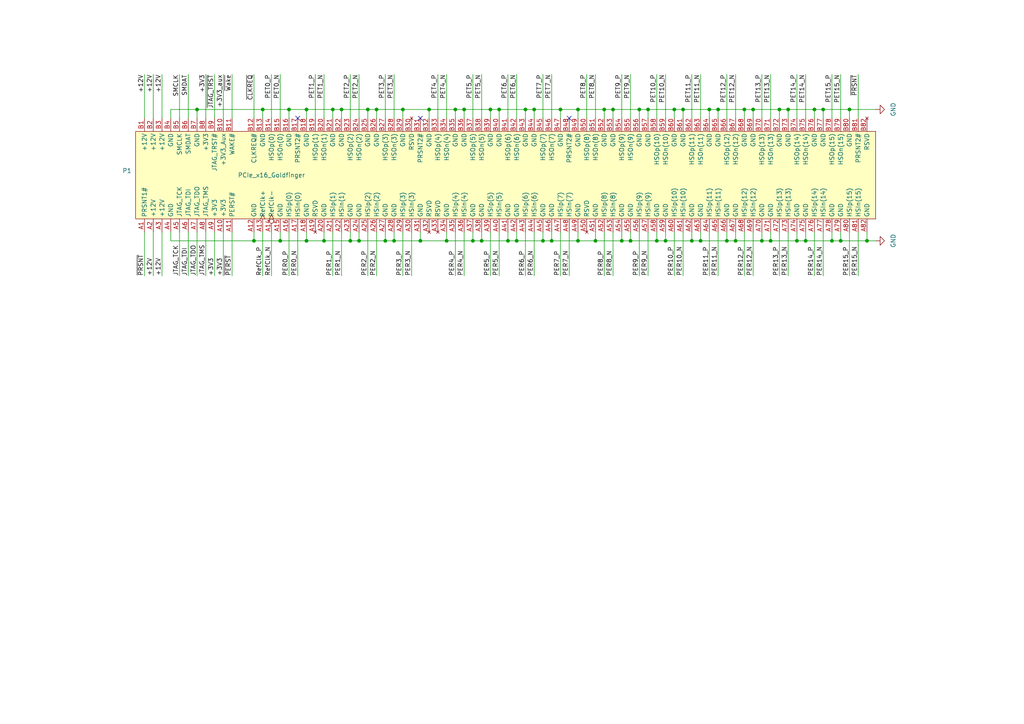
<source format=kicad_sch>
(kicad_sch (version 20211123) (generator eeschema)
  (paper "A4")
  (lib_symbols
    (symbol "Connector_PCIe:PCIe_x16_Goldfinger" (in_bom no)
      (property "Reference" "P" (at 6.35 31.75 0))
      (property "Value" "PCIe_x16_Goldfinger" (at -7.62 31.75 0))
      (symbol "PCIe_x16_Goldfinger_0_1"
        (rectangle (start -12.7 30.48) (end 12.7 -184.15) (fill (type background)))
      )
      (symbol "PCIe_x16_Goldfinger_1_1"
        (pin passive line (at -16.51 27.94 0) (length 3.81) (name "PRSNT1#") (number "A1"))
        (pin passive line (at -16.51 5.08 0) (length 3.81) (name "+3V3") (number "A10"))
        (pin passive line (at -16.51 2.54 0) (length 3.81) (name "PERST#") (number "A11"))
        (pin passive line (at -16.51 -3.81 0) (length 3.81) (name "GND") (number "A12"))
        (pin passive clock (at -16.51 -6.35 0) (length 3.81) (name "RefClk+") (number "A13"))
        (pin passive inverted_clock (at -16.51 -8.89 0) (length 3.81) (name "RefClk-") (number "A14"))
        (pin passive line (at -16.51 -11.43 0) (length 3.81) (name "GND") (number "A15"))
        (pin passive line (at -16.51 -13.97 0) (length 3.81) (name "HSIp(0)") (number "A16"))
        (pin passive line (at -16.51 -16.51 0) (length 3.81) (name "HSIn(0)") (number "A17"))
        (pin passive line (at -16.51 -19.05 0) (length 3.81) (name "GND") (number "A18"))
        (pin no_connect line (at -16.51 -21.59 0) (length 3.81) (name "RSVD") (number "A19"))
        (pin passive line (at -16.51 25.4 0) (length 3.81) (name "+12V") (number "A2"))
        (pin passive line (at -16.51 -24.13 0) (length 3.81) (name "GND") (number "A20"))
        (pin passive line (at -16.51 -26.67 0) (length 3.81) (name "HSIp(1)") (number "A21"))
        (pin passive line (at -16.51 -29.21 0) (length 3.81) (name "HSIn(1)") (number "A22"))
        (pin passive line (at -16.51 -31.75 0) (length 3.81) (name "GND") (number "A23"))
        (pin passive line (at -16.51 -34.29 0) (length 3.81) (name "GND") (number "A24"))
        (pin passive line (at -16.51 -36.83 0) (length 3.81) (name "HSIp(2)") (number "A25"))
        (pin passive line (at -16.51 -39.37 0) (length 3.81) (name "HSIn(2)") (number "A26"))
        (pin passive line (at -16.51 -41.91 0) (length 3.81) (name "GND") (number "A27"))
        (pin passive line (at -16.51 -44.45 0) (length 3.81) (name "GND") (number "A28"))
        (pin passive line (at -16.51 -46.99 0) (length 3.81) (name "HSIp(3)") (number "A29"))
        (pin passive line (at -16.51 22.86 0) (length 3.81) (name "+12V") (number "A3"))
        (pin passive line (at -16.51 -49.53 0) (length 3.81) (name "HSIn(3)") (number "A30"))
        (pin passive line (at -16.51 -52.07 0) (length 3.81) (name "GND") (number "A31"))
        (pin no_connect line (at -16.51 -54.61 0) (length 3.81) (name "RSVD") (number "A32"))
        (pin no_connect line (at -16.51 -57.15 0) (length 3.81) (name "RSVD") (number "A33"))
        (pin passive line (at -16.51 -59.69 0) (length 3.81) (name "GND") (number "A34"))
        (pin passive line (at -16.51 -62.23 0) (length 3.81) (name "HSIp(4)") (number "A35"))
        (pin passive line (at -16.51 -64.77 0) (length 3.81) (name "HSIn(4)") (number "A36"))
        (pin passive line (at -16.51 -67.31 0) (length 3.81) (name "GND") (number "A37"))
        (pin passive line (at -16.51 -69.85 0) (length 3.81) (name "GND") (number "A38"))
        (pin passive line (at -16.51 -72.39 0) (length 3.81) (name "HSIp(5)") (number "A39"))
        (pin passive line (at -16.51 20.32 0) (length 3.81) (name "GND") (number "A4"))
        (pin passive line (at -16.51 -74.93 0) (length 3.81) (name "HSIn(5)") (number "A40"))
        (pin passive line (at -16.51 -77.47 0) (length 3.81) (name "GND") (number "A41"))
        (pin passive line (at -16.51 -80.01 0) (length 3.81) (name "GND") (number "A42"))
        (pin passive line (at -16.51 -82.55 0) (length 3.81) (name "HSIp(6)") (number "A43"))
        (pin passive line (at -16.51 -85.09 0) (length 3.81) (name "HSIn(6)") (number "A44"))
        (pin passive line (at -16.51 -87.63 0) (length 3.81) (name "GND") (number "A45"))
        (pin passive line (at -16.51 -90.17 0) (length 3.81) (name "GND") (number "A46"))
        (pin passive line (at -16.51 -92.71 0) (length 3.81) (name "HSIp(7)") (number "A47"))
        (pin passive line (at -16.51 -95.25 0) (length 3.81) (name "HSIn(7)") (number "A48"))
        (pin passive line (at -16.51 -97.79 0) (length 3.81) (name "GND") (number "A49"))
        (pin passive line (at -16.51 17.78 0) (length 3.81) (name "JTAG_TCK") (number "A5"))
        (pin no_connect line (at -16.51 -100.33 0) (length 3.81) (name "RSVD") (number "A50"))
        (pin passive line (at -16.51 -102.87 0) (length 3.81) (name "GND") (number "A51"))
        (pin passive line (at -16.51 -105.41 0) (length 3.81) (name "HSIp(8)") (number "A52"))
        (pin passive line (at -16.51 -107.95 0) (length 3.81) (name "HSIn(8)") (number "A53"))
        (pin passive line (at -16.51 -110.49 0) (length 3.81) (name "GND") (number "A54"))
        (pin passive line (at -16.51 -113.03 0) (length 3.81) (name "GND") (number "A55"))
        (pin passive line (at -16.51 -115.57 0) (length 3.81) (name "HSIp(9)") (number "A56"))
        (pin passive line (at -16.51 -118.11 0) (length 3.81) (name "HSIn(9)") (number "A57"))
        (pin passive line (at -16.51 -120.65 0) (length 3.81) (name "GND") (number "A58"))
        (pin passive line (at -16.51 -123.19 0) (length 3.81) (name "GND") (number "A59"))
        (pin passive line (at -16.51 15.24 0) (length 3.81) (name "JTAG_TDI") (number "A6"))
        (pin passive line (at -16.51 -125.73 0) (length 3.81) (name "HSIp(10)") (number "A60"))
        (pin passive line (at -16.51 -128.27 0) (length 3.81) (name "HSIn(10)") (number "A61"))
        (pin passive line (at -16.51 -130.81 0) (length 3.81) (name "GND") (number "A62"))
        (pin passive line (at -16.51 -133.35 0) (length 3.81) (name "GND") (number "A63"))
        (pin passive line (at -16.51 -135.89 0) (length 3.81) (name "HSIp(11)") (number "A64"))
        (pin passive line (at -16.51 -138.43 0) (length 3.81) (name "HSIn(11)") (number "A65"))
        (pin passive line (at -16.51 -140.97 0) (length 3.81) (name "GND") (number "A66"))
        (pin passive line (at -16.51 -143.51 0) (length 3.81) (name "GND") (number "A67"))
        (pin passive line (at -16.51 -146.05 0) (length 3.81) (name "HSIp(12)") (number "A68"))
        (pin passive line (at -16.51 -148.59 0) (length 3.81) (name "HSIn(12)") (number "A69"))
        (pin passive line (at -16.51 12.7 0) (length 3.81) (name "JTAG_TDO") (number "A7"))
        (pin passive line (at -16.51 -151.13 0) (length 3.81) (name "GND") (number "A70"))
        (pin passive line (at -16.51 -153.67 0) (length 3.81) (name "GND") (number "A71"))
        (pin passive line (at -16.51 -156.21 0) (length 3.81) (name "HSIp(13)") (number "A72"))
        (pin passive line (at -16.51 -158.75 0) (length 3.81) (name "HSIn(13)") (number "A73"))
        (pin passive line (at -16.51 -161.29 0) (length 3.81) (name "GND") (number "A74"))
        (pin passive line (at -16.51 -163.83 0) (length 3.81) (name "GND") (number "A75"))
        (pin passive line (at -16.51 -166.37 0) (length 3.81) (name "HSIp(14)") (number "A76"))
        (pin passive line (at -16.51 -168.91 0) (length 3.81) (name "HSIn(14)") (number "A77"))
        (pin passive line (at -16.51 -171.45 0) (length 3.81) (name "GND") (number "A78"))
        (pin passive line (at -16.51 -173.99 0) (length 3.81) (name "GND") (number "A79"))
        (pin passive line (at -16.51 10.16 0) (length 3.81) (name "JTAG_TMS") (number "A8"))
        (pin passive line (at -16.51 -176.53 0) (length 3.81) (name "HSIp(15)") (number "A80"))
        (pin passive line (at -16.51 -179.07 0) (length 3.81) (name "HSIn(15)") (number "A81"))
        (pin passive line (at -16.51 -181.61 0) (length 3.81) (name "GND") (number "A82"))
        (pin passive line (at -16.51 7.62 0) (length 3.81) (name "+3V3") (number "A9"))
        (pin passive line (at 16.51 27.94 180) (length 3.81) (name "+12V") (number "B1"))
        (pin passive line (at 16.51 5.08 180) (length 3.81) (name "+3V3_Aux") (number "B10"))
        (pin passive line (at 16.51 2.54 180) (length 3.81) (name "WAKE#") (number "B11"))
        (pin passive line (at 16.51 -3.81 180) (length 3.81) (name "CLKREQ#") (number "B12"))
        (pin passive line (at 16.51 -6.35 180) (length 3.81) (name "GND") (number "B13"))
        (pin passive line (at 16.51 -8.89 180) (length 3.81) (name "HSOp(0)") (number "B14"))
        (pin passive line (at 16.51 -11.43 180) (length 3.81) (name "HSOn(0)") (number "B15"))
        (pin passive line (at 16.51 -13.97 180) (length 3.81) (name "GND") (number "B16"))
        (pin passive line (at 16.51 -16.51 180) (length 3.81) (name "PRSNT2#") (number "B17"))
        (pin passive line (at 16.51 -19.05 180) (length 3.81) (name "GND") (number "B18"))
        (pin passive line (at 16.51 -21.59 180) (length 3.81) (name "HSOp(1)") (number "B19"))
        (pin passive line (at 16.51 25.4 180) (length 3.81) (name "+12V") (number "B2"))
        (pin passive line (at 16.51 -24.13 180) (length 3.81) (name "HSOn(1)") (number "B20"))
        (pin passive line (at 16.51 -26.67 180) (length 3.81) (name "GND") (number "B21"))
        (pin passive line (at 16.51 -29.21 180) (length 3.81) (name "GND") (number "B22"))
        (pin passive line (at 16.51 -31.75 180) (length 3.81) (name "HSOp(2)") (number "B23"))
        (pin passive line (at 16.51 -34.29 180) (length 3.81) (name "HSOn(2)") (number "B24"))
        (pin passive line (at 16.51 -36.83 180) (length 3.81) (name "GND") (number "B25"))
        (pin passive line (at 16.51 -39.37 180) (length 3.81) (name "GND") (number "B26"))
        (pin passive line (at 16.51 -41.91 180) (length 3.81) (name "HSOp(3)") (number "B27"))
        (pin passive line (at 16.51 -44.45 180) (length 3.81) (name "HSOn(3)") (number "B28"))
        (pin passive line (at 16.51 -46.99 180) (length 3.81) (name "GND") (number "B29"))
        (pin passive line (at 16.51 22.86 180) (length 3.81) (name "+12V") (number "B3"))
        (pin no_connect line (at 16.51 -49.53 180) (length 3.81) (name "RSVD") (number "B30"))
        (pin passive line (at 16.51 -52.07 180) (length 3.81) (name "PRSNT2#") (number "B31"))
        (pin passive line (at 16.51 -54.61 180) (length 3.81) (name "GND") (number "B32"))
        (pin passive line (at 16.51 -57.15 180) (length 3.81) (name "HSOp(4)") (number "B33"))
        (pin passive line (at 16.51 -59.69 180) (length 3.81) (name "HSOn(4)") (number "B34"))
        (pin passive line (at 16.51 -62.23 180) (length 3.81) (name "GND") (number "B35"))
        (pin passive line (at 16.51 -64.77 180) (length 3.81) (name "GND") (number "B36"))
        (pin passive line (at 16.51 -67.31 180) (length 3.81) (name "HSOp(5)") (number "B37"))
        (pin passive line (at 16.51 -69.85 180) (length 3.81) (name "HSOn(5)") (number "B38"))
        (pin passive line (at 16.51 -72.39 180) (length 3.81) (name "GND") (number "B39"))
        (pin passive line (at 16.51 20.32 180) (length 3.81) (name "GND") (number "B4"))
        (pin passive line (at 16.51 -74.93 180) (length 3.81) (name "GND") (number "B40"))
        (pin passive line (at 16.51 -77.47 180) (length 3.81) (name "HSOp(6)") (number "B41"))
        (pin passive line (at 16.51 -80.01 180) (length 3.81) (name "HSOn(6)") (number "B42"))
        (pin passive line (at 16.51 -82.55 180) (length 3.81) (name "GND") (number "B43"))
        (pin passive line (at 16.51 -85.09 180) (length 3.81) (name "GND") (number "B44"))
        (pin passive line (at 16.51 -87.63 180) (length 3.81) (name "HSOp(7)") (number "B45"))
        (pin passive line (at 16.51 -90.17 180) (length 3.81) (name "HSOn(7)") (number "B46"))
        (pin passive line (at 16.51 -92.71 180) (length 3.81) (name "GND") (number "B47"))
        (pin passive line (at 16.51 -95.25 180) (length 3.81) (name "PRSNT2#") (number "B48"))
        (pin passive line (at 16.51 -97.79 180) (length 3.81) (name "GND") (number "B49"))
        (pin passive line (at 16.51 17.78 180) (length 3.81) (name "SMCLK") (number "B5"))
        (pin passive line (at 16.51 -100.33 180) (length 3.81) (name "HSOp(8)") (number "B50"))
        (pin passive line (at 16.51 -102.87 180) (length 3.81) (name "HSOn(8)") (number "B51"))
        (pin passive line (at 16.51 -105.41 180) (length 3.81) (name "GND") (number "B52"))
        (pin passive line (at 16.51 -107.95 180) (length 3.81) (name "GND") (number "B53"))
        (pin passive line (at 16.51 -110.49 180) (length 3.81) (name "HSOp(9)") (number "B54"))
        (pin passive line (at 16.51 -113.03 180) (length 3.81) (name "HSOn(9)") (number "B55"))
        (pin passive line (at 16.51 -115.57 180) (length 3.81) (name "GND") (number "B56"))
        (pin passive line (at 16.51 -118.11 180) (length 3.81) (name "GND") (number "B57"))
        (pin passive line (at 16.51 -120.65 180) (length 3.81) (name "HSOp(10)") (number "B58"))
        (pin passive line (at 16.51 -123.19 180) (length 3.81) (name "HSOn(10)") (number "B59"))
        (pin passive line (at 16.51 15.24 180) (length 3.81) (name "SMDAT") (number "B6"))
        (pin passive line (at 16.51 -125.73 180) (length 3.81) (name "GND") (number "B60"))
        (pin passive line (at 16.51 -128.27 180) (length 3.81) (name "GND") (number "B61"))
        (pin passive line (at 16.51 -130.81 180) (length 3.81) (name "HSOp(11)") (number "B62"))
        (pin passive line (at 16.51 -133.35 180) (length 3.81) (name "HSOn(11)") (number "B63"))
        (pin passive line (at 16.51 -135.89 180) (length 3.81) (name "GND") (number "B64"))
        (pin passive line (at 16.51 -138.43 180) (length 3.81) (name "GND") (number "B65"))
        (pin passive line (at 16.51 -140.97 180) (length 3.81) (name "HSOp(12)") (number "B66"))
        (pin passive line (at 16.51 -143.51 180) (length 3.81) (name "HSOn(12)") (number "B67"))
        (pin passive line (at 16.51 -146.05 180) (length 3.81) (name "GND") (number "B68"))
        (pin passive line (at 16.51 -148.59 180) (length 3.81) (name "GND") (number "B69"))
        (pin passive line (at 16.51 12.7 180) (length 3.81) (name "GND") (number "B7"))
        (pin passive line (at 16.51 -151.13 180) (length 3.81) (name "HSOp(13)") (number "B70"))
        (pin passive line (at 16.51 -153.67 180) (length 3.81) (name "HSOn(13)") (number "B71"))
        (pin passive line (at 16.51 -156.21 180) (length 3.81) (name "GND") (number "B72"))
        (pin passive line (at 16.51 -158.75 180) (length 3.81) (name "GND") (number "B73"))
        (pin passive line (at 16.51 -161.29 180) (length 3.81) (name "HSOp(14)") (number "B74"))
        (pin passive line (at 16.51 -163.83 180) (length 3.81) (name "HSOn(14)") (number "B75"))
        (pin passive line (at 16.51 -166.37 180) (length 3.81) (name "GND") (number "B76"))
        (pin passive line (at 16.51 -168.91 180) (length 3.81) (name "GND") (number "B77"))
        (pin passive line (at 16.51 -171.45 180) (length 3.81) (name "HSOp(15)") (number "B78"))
        (pin passive line (at 16.51 -173.99 180) (length 3.81) (name "HSOn(15)") (number "B79"))
        (pin passive line (at 16.51 10.16 180) (length 3.81) (name "+3V3") (number "B8"))
        (pin passive line (at 16.51 -176.53 180) (length 3.81) (name "GND") (number "B80"))
        (pin passive line (at 16.51 -179.07 180) (length 3.81) (name "PRSNT2#") (number "B81"))
        (pin no_connect line (at 16.51 -181.61 180) (length 3.81) (name "RSVD") (number "B82"))
        (pin passive line (at 16.51 7.62 180) (length 3.81) (name "JTAG_TRST#") (number "B9"))
      )
    )
    (symbol "power:GND" (power) (pin_names (offset 0))
      (property "Value" "GND" (at 0 -3.81 0))
      (symbol "GND_0_1"
        (polyline (pts (xy 0 0) (xy 0 -1.27) (xy 1.27 -1.27) (xy 0 -2.54) (xy -1.27 -1.27) (xy 0 -1.27)))
      )
      (symbol "GND_1_1"
        (pin power_in line (at 0 0 270) (length 0) hide (name "GND") (number "1"))
      )
    )
  )
  (junction (at 114.3 69.85))
  (junction (at 226.06 31.75))
  (junction (at 195.58 31.75))
  (junction (at 93.98 69.85))
  (junction (at 81.28 69.85))
  (junction (at 185.42 31.75))
  (junction (at 180.34 69.85))
  (junction (at 116.84 31.75))
  (junction (at 231.14 69.85))
  (junction (at 175.26 31.75))
  (junction (at 208.28 31.75))
  (junction (at 205.74 31.75))
  (junction (at 215.9 31.75))
  (junction (at 160.02 69.85))
  (junction (at 129.54 69.85))
  (junction (at 134.62 31.75))
  (junction (at 76.2 31.75))
  (junction (at 109.22 31.75))
  (junction (at 73.66 69.85))
  (junction (at 193.04 69.85))
  (junction (at 200.66 69.85))
  (junction (at 198.12 31.75))
  (junction (at 137.16 69.85))
  (junction (at 124.46 31.75))
  (junction (at 147.32 69.85))
  (junction (at 99.06 31.75))
  (junction (at 241.3 69.85))
  (junction (at 223.52 69.85))
  (junction (at 121.92 69.85))
  (junction (at 167.64 31.75))
  (junction (at 236.22 31.75))
  (junction (at 139.7 69.85))
  (junction (at 106.68 31.75))
  (junction (at 132.08 31.75))
  (junction (at 96.52 31.75))
  (junction (at 182.88 69.85))
  (junction (at 177.8 31.75))
  (junction (at 233.68 69.85))
  (junction (at 88.9 31.75))
  (junction (at 246.38 31.75))
  (junction (at 149.86 69.85))
  (junction (at 83.82 31.75))
  (junction (at 251.46 69.85))
  (junction (at 104.14 69.85))
  (junction (at 220.98 69.85))
  (junction (at 111.76 69.85))
  (junction (at 162.56 31.75))
  (junction (at 210.82 69.85))
  (junction (at 243.84 69.85))
  (junction (at 157.48 69.85))
  (junction (at 144.78 31.75))
  (junction (at 101.6 69.85))
  (junction (at 88.9 69.85))
  (junction (at 167.64 69.85))
  (junction (at 57.15 31.75))
  (junction (at 218.44 31.75))
  (junction (at 213.36 69.85))
  (junction (at 187.96 31.75))
  (junction (at 154.94 31.75))
  (junction (at 172.72 69.85))
  (junction (at 228.6 31.75))
  (junction (at 142.24 31.75))
  (junction (at 203.2 69.85))
  (junction (at 238.76 31.75))
  (junction (at 152.4 31.75))
  (junction (at 190.5 69.85))
  (no_connect (at 121.92 34.29))
  (no_connect (at 165.1 34.29))
  (no_connect (at 86.36 34.29))
  (wire (pts (xy 88.9 34.29) (xy 88.9 31.75)))
  (wire (pts (xy 83.82 31.75) (xy 88.9 31.75)))
  (wire (pts (xy 175.26 31.75) (xy 177.8 31.75)))
  (wire (pts (xy 208.28 31.75) (xy 208.28 34.29)))
  (wire (pts (xy 236.22 80.01) (xy 236.22 67.31)))
  (wire (pts (xy 231.14 34.29) (xy 231.14 21.59)))
  (wire (pts (xy 208.28 31.75) (xy 215.9 31.75)))
  (wire (pts (xy 203.2 69.85) (xy 210.82 69.85)))
  (wire (pts (xy 132.08 80.01) (xy 132.08 67.31)))
  (wire (pts (xy 187.96 31.75) (xy 187.96 34.29)))
  (wire (pts (xy 185.42 80.01) (xy 185.42 67.31)))
  (wire (pts (xy 44.45 80.01) (xy 44.45 67.31)))
  (wire (pts (xy 193.04 67.31) (xy 193.04 69.85)))
  (wire (pts (xy 142.24 34.29) (xy 142.24 31.75)))
  (wire (pts (xy 241.3 69.85) (xy 243.84 69.85)))
  (wire (pts (xy 147.32 34.29) (xy 147.32 21.59)))
  (wire (pts (xy 205.74 31.75) (xy 208.28 31.75)))
  (wire (pts (xy 119.38 80.01) (xy 119.38 67.31)))
  (wire (pts (xy 246.38 80.01) (xy 246.38 67.31)))
  (wire (pts (xy 104.14 69.85) (xy 104.14 67.31)))
  (wire (pts (xy 190.5 69.85) (xy 193.04 69.85)))
  (wire (pts (xy 52.07 34.29) (xy 52.07 21.59)))
  (wire (pts (xy 111.76 69.85) (xy 111.76 67.31)))
  (wire (pts (xy 195.58 31.75) (xy 198.12 31.75)))
  (wire (pts (xy 195.58 80.01) (xy 195.58 67.31)))
  (wire (pts (xy 195.58 31.75) (xy 195.58 34.29)))
  (wire (pts (xy 218.44 31.75) (xy 226.06 31.75)))
  (wire (pts (xy 248.92 34.29) (xy 248.92 21.59)))
  (wire (pts (xy 205.74 31.75) (xy 205.74 34.29)))
  (wire (pts (xy 172.72 34.29) (xy 172.72 21.59)))
  (wire (pts (xy 243.84 69.85) (xy 251.46 69.85)))
  (wire (pts (xy 41.91 80.01) (xy 41.91 67.31)))
  (wire (pts (xy 109.22 80.01) (xy 109.22 67.31)))
  (wire (pts (xy 152.4 80.01) (xy 152.4 67.31)))
  (wire (pts (xy 238.76 80.01) (xy 238.76 67.31)))
  (wire (pts (xy 215.9 80.01) (xy 215.9 67.31)))
  (wire (pts (xy 218.44 80.01) (xy 218.44 67.31)))
  (wire (pts (xy 134.62 31.75) (xy 142.24 31.75)))
  (wire (pts (xy 104.14 34.29) (xy 104.14 21.59)))
  (wire (pts (xy 226.06 80.01) (xy 226.06 67.31)))
  (wire (pts (xy 162.56 31.75) (xy 167.64 31.75)))
  (wire (pts (xy 93.98 69.85) (xy 101.6 69.85)))
  (wire (pts (xy 73.66 69.85) (xy 73.66 67.31)))
  (wire (pts (xy 124.46 31.75) (xy 132.08 31.75)))
  (wire (pts (xy 52.07 80.01) (xy 52.07 67.31)))
  (wire (pts (xy 114.3 69.85) (xy 121.92 69.85)))
  (wire (pts (xy 109.22 31.75) (xy 116.84 31.75)))
  (wire (pts (xy 180.34 67.31) (xy 180.34 69.85)))
  (wire (pts (xy 165.1 80.01) (xy 165.1 67.31)))
  (wire (pts (xy 81.28 34.29) (xy 81.28 21.59)))
  (wire (pts (xy 215.9 31.75) (xy 218.44 31.75)))
  (wire (pts (xy 223.52 34.29) (xy 223.52 21.59)))
  (wire (pts (xy 238.76 31.75) (xy 238.76 34.29)))
  (wire (pts (xy 208.28 80.01) (xy 208.28 67.31)))
  (wire (pts (xy 236.22 31.75) (xy 236.22 34.29)))
  (wire (pts (xy 142.24 80.01) (xy 142.24 67.31)))
  (wire (pts (xy 59.69 34.29) (xy 59.69 21.59)))
  (wire (pts (xy 233.68 67.31) (xy 233.68 69.85)))
  (wire (pts (xy 177.8 80.01) (xy 177.8 67.31)))
  (wire (pts (xy 210.82 34.29) (xy 210.82 21.59)))
  (wire (pts (xy 81.28 69.85) (xy 88.9 69.85)))
  (wire (pts (xy 76.2 80.01) (xy 76.2 67.31)))
  (wire (pts (xy 137.16 69.85) (xy 139.7 69.85)))
  (wire (pts (xy 139.7 34.29) (xy 139.7 21.59)))
  (wire (pts (xy 44.45 34.29) (xy 44.45 21.59)))
  (wire (pts (xy 106.68 31.75) (xy 109.22 31.75)))
  (wire (pts (xy 226.06 31.75) (xy 226.06 34.29)))
  (wire (pts (xy 200.66 34.29) (xy 200.66 21.59)))
  (wire (pts (xy 175.26 80.01) (xy 175.26 67.31)))
  (wire (pts (xy 241.3 34.29) (xy 241.3 21.59)))
  (wire (pts (xy 99.06 34.29) (xy 99.06 31.75)))
  (wire (pts (xy 172.72 67.31) (xy 172.72 69.85)))
  (wire (pts (xy 182.88 69.85) (xy 190.5 69.85)))
  (wire (pts (xy 96.52 80.01) (xy 96.52 67.31)))
  (wire (pts (xy 91.44 34.29) (xy 91.44 21.59)))
  (wire (pts (xy 149.86 69.85) (xy 149.86 67.31)))
  (wire (pts (xy 198.12 31.75) (xy 198.12 34.29)))
  (wire (pts (xy 198.12 80.01) (xy 198.12 67.31)))
  (wire (pts (xy 67.31 34.29) (xy 67.31 21.59)))
  (wire (pts (xy 129.54 34.29) (xy 129.54 21.59)))
  (wire (pts (xy 223.52 69.85) (xy 231.14 69.85)))
  (wire (pts (xy 88.9 69.85) (xy 88.9 67.31)))
  (wire (pts (xy 83.82 80.01) (xy 83.82 67.31)))
  (wire (pts (xy 167.64 69.85) (xy 167.64 67.31)))
  (wire (pts (xy 88.9 69.85) (xy 93.98 69.85)))
  (wire (pts (xy 223.52 67.31) (xy 223.52 69.85)))
  (wire (pts (xy 134.62 80.01) (xy 134.62 67.31)))
  (wire (pts (xy 182.88 34.29) (xy 182.88 21.59)))
  (wire (pts (xy 144.78 80.01) (xy 144.78 67.31)))
  (wire (pts (xy 78.74 80.01) (xy 78.74 67.31)))
  (wire (pts (xy 64.77 34.29) (xy 64.77 21.59)))
  (wire (pts (xy 187.96 31.75) (xy 195.58 31.75)))
  (wire (pts (xy 111.76 34.29) (xy 111.76 21.59)))
  (wire (pts (xy 160.02 34.29) (xy 160.02 21.59)))
  (wire (pts (xy 157.48 69.85) (xy 157.48 67.31)))
  (wire (pts (xy 246.38 31.75) (xy 254 31.75)))
  (wire (pts (xy 106.68 34.29) (xy 106.68 31.75)))
  (wire (pts (xy 160.02 69.85) (xy 160.02 67.31)))
  (wire (pts (xy 73.66 34.29) (xy 73.66 21.59)))
  (wire (pts (xy 114.3 69.85) (xy 114.3 67.31)))
  (wire (pts (xy 243.84 67.31) (xy 243.84 69.85)))
  (wire (pts (xy 49.53 34.29) (xy 49.53 31.75)))
  (wire (pts (xy 142.24 31.75) (xy 144.78 31.75)))
  (wire (pts (xy 215.9 31.75) (xy 215.9 34.29)))
  (wire (pts (xy 220.98 69.85) (xy 223.52 69.85)))
  (wire (pts (xy 134.62 34.29) (xy 134.62 31.75)))
  (wire (pts (xy 248.92 80.01) (xy 248.92 67.31)))
  (wire (pts (xy 198.12 31.75) (xy 205.74 31.75)))
  (wire (pts (xy 46.99 80.01) (xy 46.99 67.31)))
  (wire (pts (xy 210.82 67.31) (xy 210.82 69.85)))
  (wire (pts (xy 246.38 31.75) (xy 246.38 34.29)))
  (wire (pts (xy 76.2 34.29) (xy 76.2 31.75)))
  (wire (pts (xy 78.74 34.29) (xy 78.74 21.59)))
  (wire (pts (xy 96.52 34.29) (xy 96.52 31.75)))
  (wire (pts (xy 83.82 34.29) (xy 83.82 31.75)))
  (wire (pts (xy 185.42 31.75) (xy 185.42 34.29)))
  (wire (pts (xy 228.6 31.75) (xy 228.6 34.29)))
  (wire (pts (xy 99.06 31.75) (xy 106.68 31.75)))
  (wire (pts (xy 220.98 67.31) (xy 220.98 69.85)))
  (wire (pts (xy 154.94 80.01) (xy 154.94 67.31)))
  (wire (pts (xy 160.02 69.85) (xy 167.64 69.85)))
  (wire (pts (xy 213.36 34.29) (xy 213.36 21.59)))
  (wire (pts (xy 93.98 69.85) (xy 93.98 67.31)))
  (wire (pts (xy 111.76 69.85) (xy 114.3 69.85)))
  (wire (pts (xy 139.7 69.85) (xy 139.7 67.31)))
  (wire (pts (xy 101.6 69.85) (xy 101.6 67.31)))
  (wire (pts (xy 233.68 34.29) (xy 233.68 21.59)))
  (wire (pts (xy 127 34.29) (xy 127 21.59)))
  (wire (pts (xy 46.99 34.29) (xy 46.99 21.59)))
  (wire (pts (xy 190.5 67.31) (xy 190.5 69.85)))
  (wire (pts (xy 203.2 67.31) (xy 203.2 69.85)))
  (wire (pts (xy 200.66 67.31) (xy 200.66 69.85)))
  (wire (pts (xy 147.32 69.85) (xy 149.86 69.85)))
  (wire (pts (xy 101.6 69.85) (xy 104.14 69.85)))
  (wire (pts (xy 251.46 67.31) (xy 251.46 69.85)))
  (wire (pts (xy 210.82 69.85) (xy 213.36 69.85)))
  (wire (pts (xy 147.32 69.85) (xy 147.32 67.31)))
  (wire (pts (xy 88.9 31.75) (xy 96.52 31.75)))
  (wire (pts (xy 226.06 31.75) (xy 228.6 31.75)))
  (wire (pts (xy 144.78 34.29) (xy 144.78 31.75)))
  (wire (pts (xy 185.42 31.75) (xy 187.96 31.75)))
  (wire (pts (xy 187.96 80.01) (xy 187.96 67.31)))
  (wire (pts (xy 49.53 31.75) (xy 57.15 31.75)))
  (wire (pts (xy 193.04 69.85) (xy 200.66 69.85)))
  (wire (pts (xy 57.15 80.01) (xy 57.15 67.31)))
  (wire (pts (xy 162.56 34.29) (xy 162.56 31.75)))
  (wire (pts (xy 101.6 34.29) (xy 101.6 21.59)))
  (wire (pts (xy 64.77 80.01) (xy 64.77 67.31)))
  (wire (pts (xy 62.23 34.29) (xy 62.23 21.59)))
  (wire (pts (xy 104.14 69.85) (xy 111.76 69.85)))
  (wire (pts (xy 157.48 69.85) (xy 160.02 69.85)))
  (wire (pts (xy 109.22 34.29) (xy 109.22 31.75)))
  (wire (pts (xy 190.5 34.29) (xy 190.5 21.59)))
  (wire (pts (xy 236.22 31.75) (xy 238.76 31.75)))
  (wire (pts (xy 59.69 80.01) (xy 59.69 67.31)))
  (wire (pts (xy 218.44 31.75) (xy 218.44 34.29)))
  (wire (pts (xy 200.66 69.85) (xy 203.2 69.85)))
  (wire (pts (xy 76.2 31.75) (xy 83.82 31.75)))
  (wire (pts (xy 132.08 34.29) (xy 132.08 31.75)))
  (wire (pts (xy 121.92 69.85) (xy 121.92 67.31)))
  (wire (pts (xy 241.3 67.31) (xy 241.3 69.85)))
  (wire (pts (xy 182.88 67.31) (xy 182.88 69.85)))
  (wire (pts (xy 152.4 31.75) (xy 154.94 31.75)))
  (wire (pts (xy 116.84 34.29) (xy 116.84 31.75)))
  (wire (pts (xy 228.6 31.75) (xy 236.22 31.75)))
  (wire (pts (xy 62.23 80.01) (xy 62.23 67.31)))
  (wire (pts (xy 139.7 69.85) (xy 147.32 69.85)))
  (wire (pts (xy 231.14 69.85) (xy 233.68 69.85)))
  (wire (pts (xy 154.94 34.29) (xy 154.94 31.75)))
  (wire (pts (xy 177.8 31.75) (xy 185.42 31.75)))
  (wire (pts (xy 41.91 34.29) (xy 41.91 21.59)))
  (wire (pts (xy 99.06 80.01) (xy 99.06 67.31)))
  (wire (pts (xy 124.46 34.29) (xy 124.46 31.75)))
  (wire (pts (xy 251.46 69.85) (xy 254 69.85)))
  (wire (pts (xy 149.86 69.85) (xy 157.48 69.85)))
  (wire (pts (xy 162.56 80.01) (xy 162.56 67.31)))
  (wire (pts (xy 129.54 69.85) (xy 137.16 69.85)))
  (wire (pts (xy 167.64 34.29) (xy 167.64 31.75)))
  (wire (pts (xy 132.08 31.75) (xy 134.62 31.75)))
  (wire (pts (xy 213.36 67.31) (xy 213.36 69.85)))
  (wire (pts (xy 170.18 34.29) (xy 170.18 21.59)))
  (wire (pts (xy 121.92 69.85) (xy 129.54 69.85)))
  (wire (pts (xy 243.84 34.29) (xy 243.84 21.59)))
  (wire (pts (xy 220.98 34.29) (xy 220.98 21.59)))
  (wire (pts (xy 93.98 34.29) (xy 93.98 21.59)))
  (wire (pts (xy 81.28 69.85) (xy 81.28 67.31)))
  (wire (pts (xy 116.84 31.75) (xy 124.46 31.75)))
  (wire (pts (xy 114.3 34.29) (xy 114.3 21.59)))
  (wire (pts (xy 57.15 31.75) (xy 76.2 31.75)))
  (wire (pts (xy 167.64 31.75) (xy 175.26 31.75)))
  (wire (pts (xy 137.16 34.29) (xy 137.16 21.59)))
  (wire (pts (xy 54.61 34.29) (xy 54.61 21.59)))
  (wire (pts (xy 129.54 69.85) (xy 129.54 67.31)))
  (wire (pts (xy 180.34 69.85) (xy 182.88 69.85)))
  (wire (pts (xy 149.86 34.29) (xy 149.86 21.59)))
  (wire (pts (xy 67.31 80.01) (xy 67.31 67.31)))
  (wire (pts (xy 54.61 80.01) (xy 54.61 67.31)))
  (wire (pts (xy 96.52 31.75) (xy 99.06 31.75)))
  (wire (pts (xy 167.64 69.85) (xy 172.72 69.85)))
  (wire (pts (xy 233.68 69.85) (xy 241.3 69.85)))
  (wire (pts (xy 157.48 34.29) (xy 157.48 21.59)))
  (wire (pts (xy 180.34 34.29) (xy 180.34 21.59)))
  (wire (pts (xy 172.72 69.85) (xy 180.34 69.85)))
  (wire (pts (xy 106.68 80.01) (xy 106.68 67.31)))
  (wire (pts (xy 175.26 31.75) (xy 175.26 34.29)))
  (wire (pts (xy 57.15 34.29) (xy 57.15 31.75)))
  (wire (pts (xy 238.76 31.75) (xy 246.38 31.75)))
  (wire (pts (xy 203.2 34.29) (xy 203.2 21.59)))
  (wire (pts (xy 49.53 69.85) (xy 73.66 69.85)))
  (wire (pts (xy 231.14 67.31) (xy 231.14 69.85)))
  (wire (pts (xy 86.36 80.01) (xy 86.36 67.31)))
  (wire (pts (xy 152.4 34.29) (xy 152.4 31.75)))
  (wire (pts (xy 205.74 80.01) (xy 205.74 67.31)))
  (wire (pts (xy 228.6 80.01) (xy 228.6 67.31)))
  (wire (pts (xy 144.78 31.75) (xy 152.4 31.75)))
  (wire (pts (xy 177.8 31.75) (xy 177.8 34.29)))
  (wire (pts (xy 73.66 69.85) (xy 81.28 69.85)))
  (wire (pts (xy 116.84 80.01) (xy 116.84 67.31)))
  (wire (pts (xy 137.16 69.85) (xy 137.16 67.31)))
  (wire (pts (xy 213.36 69.85) (xy 220.98 69.85)))
  (wire (pts (xy 154.94 31.75) (xy 162.56 31.75)))
  (wire (pts (xy 193.04 34.29) (xy 193.04 21.59)))
  (wire (pts (xy 49.53 67.31) (xy 49.53 69.85)))
  (label "PER4_P" (at 132.08 80.01 90))
  (label "PET13_P" (at 220.98 21.59 270))
  (label "+3V3" (at 59.69 21.59 270))
  (label "PER6_P" (at 152.4 80.01 90))
  (label "PET1_P" (at 91.44 21.59 270))
  (label "JTAG_TDO" (at 57.15 80.01 90))
  (label "PER15_N" (at 248.92 80.01 90))
  (label "~{JTAG_TRST}" (at 62.23 21.59 270))
  (label "PER11_P" (at 205.74 80.01 90))
  (label "PET5_P" (at 137.16 21.59 270))
  (label "PET7_N" (at 160.02 21.59 270))
  (label "JTAG_TMS" (at 59.69 80.01 90))
  (label "PET15_P" (at 241.3 21.59 270))
  (label "PER6_N" (at 154.94 80.01 90))
  (label "~{PRSNT}" (at 41.91 80.01 90))
  (label "+12V" (at 41.91 21.59 270))
  (label "PET11_P" (at 200.66 21.59 270))
  (label "PET10_N" (at 193.04 21.59 270))
  (label "PET11_N" (at 203.2 21.59 270))
  (label "+12V" (at 46.99 21.59 270))
  (label "+3V3_aux" (at 64.77 21.59 270))
  (label "+3V3" (at 64.77 80.01 90))
  (label "PER3_N" (at 119.38 80.01 90))
  (label "PET5_N" (at 139.7 21.59 270))
  (label "+12V" (at 44.45 21.59 270))
  (label "PET15_N" (at 243.84 21.59 270))
  (label "PER14_N" (at 238.76 80.01 90))
  (label "PET4_N" (at 129.54 21.59 270))
  (label "PER2_P" (at 106.68 80.01 90))
  (label "~{PRSNT}" (at 248.92 21.59 270))
  (label "PER0_P" (at 83.82 80.01 90))
  (label "PET1_N" (at 93.98 21.59 270))
  (label "JTAG_TCK" (at 52.07 80.01 90))
  (label "RefClk_P" (at 76.2 80.01 90))
  (label "PER2_N" (at 109.22 80.01 90))
  (label "PET0_N" (at 81.28 21.59 270))
  (label "~{Wake}" (at 67.31 21.59 270))
  (label "PET8_P" (at 170.18 21.59 270))
  (label "PER12_P" (at 215.9 80.01 90))
  (label "PER15_P" (at 246.38 80.01 90))
  (label "JTAG_TDI" (at 54.61 80.01 90))
  (label "PET3_N" (at 114.3 21.59 270))
  (label "PER5_N" (at 144.78 80.01 90))
  (label "PER7_N" (at 165.1 80.01 90))
  (label "PET9_P" (at 180.34 21.59 270))
  (label "PET12_N" (at 213.36 21.59 270))
  (label "PET9_N" (at 182.88 21.59 270))
  (label "~{CLKREQ}" (at 73.66 21.59 270))
  (label "PER13_N" (at 228.6 80.01 90))
  (label "PER9_N" (at 187.96 80.01 90))
  (label "PET8_N" (at 172.72 21.59 270))
  (label "PER13_P" (at 226.06 80.01 90))
  (label "PET6_N" (at 149.86 21.59 270))
  (label "+3V3" (at 62.23 80.01 90))
  (label "PET12_P" (at 210.82 21.59 270))
  (label "+12V" (at 46.99 80.01 90))
  (label "PET13_N" (at 223.52 21.59 270))
  (label "PET6_P" (at 147.32 21.59 270))
  (label "PER10_P" (at 195.58 80.01 90))
  (label "PER11_N" (at 208.28 80.01 90))
  (label "SMCLK" (at 52.07 21.59 270))
  (label "PET10_P" (at 190.5 21.59 270))
  (label "PER12_N" (at 218.44 80.01 90))
  (label "PER0_N" (at 86.36 80.01 90))
  (label "PET2_N" (at 104.14 21.59 270))
  (label "+12V" (at 44.45 80.01 90))
  (label "PER3_P" (at 116.84 80.01 90))
  (label "SMDAT" (at 54.61 21.59 270))
  (label "~{PERST}" (at 67.31 80.01 90))
  (label "PET2_P" (at 101.6 21.59 270))
  (label "PET14_P" (at 231.14 21.59 270))
  (label "PER7_P" (at 162.56 80.01 90))
  (label "PET0_P" (at 78.74 21.59 270))
  (label "PET7_P" (at 157.48 21.59 270))
  (label "PET14_N" (at 233.68 21.59 270))
  (label "PER8_N" (at 177.8 80.01 90))
  (label "PER5_P" (at 142.24 80.01 90))
  (label "PER9_P" (at 185.42 80.01 90))
  (label "PER14_P" (at 236.22 80.01 90))
  (label "PET4_P" (at 127 21.59 270))
  (label "RefClk_N" (at 78.74 80.01 90))
  (label "PET3_P" (at 111.76 21.59 270))
  (label "PER1_N" (at 99.06 80.01 90))
  (label "PER10_N" (at 198.12 80.01 90))
  (label "PER8_P" (at 175.26 80.01 90))
  (label "PER4_N" (at 134.62 80.01 90))
  (label "PER1_P" (at 96.52 80.01 90))
  (symbol (lib_id "Connector_PCIe:PCIe_x16_Goldfinger") (at 69.85 50.8 90) (unit 1) (in_bom no)
    (property "Reference" "P1" (at 36.83 49.53 90))
    (property "Value" "PCIe_x16_Goldfinger" (at 78.74 50.8 90))
    (property "Footprint" "Connector_PCIe:PCIe_x16_GoldFinger" (effects hide))
  )
  (symbol (lib_id "power:GND") (at 254 31.75 90) (unit 1)
    (property "Reference" "#PWR?" (effects hide))
    (property "Value" "GND" (at 259.08 31.75 0))
  )
  (symbol (lib_id "power:GND") (at 254 69.85 90) (unit 1)
    (property "Reference" "#PWR?" (effects hide))
    (property "Value" "GND" (at 259.08 69.85 0))
  )
)
</source>
